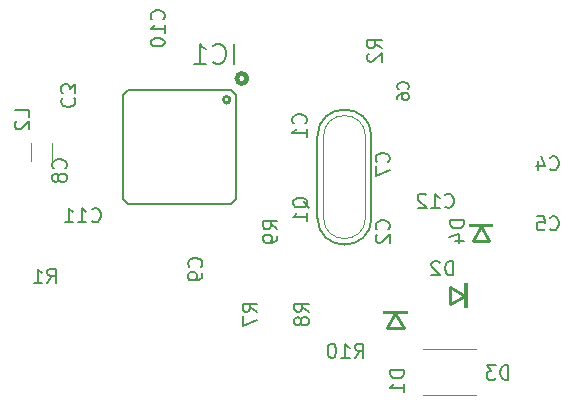
<source format=gbr>
G04 #@! TF.GenerationSoftware,KiCad,Pcbnew,(5.0.2)-1*
G04 #@! TF.CreationDate,2019-04-02T23:20:26+04:00*
G04 #@! TF.ProjectId,M644_breakout_v1.2d,4d363434-5f62-4726-9561-6b6f75745f76,v1.2d*
G04 #@! TF.SameCoordinates,Original*
G04 #@! TF.FileFunction,Legend,Bot*
G04 #@! TF.FilePolarity,Positive*
%FSLAX46Y46*%
G04 Gerber Fmt 4.6, Leading zero omitted, Abs format (unit mm)*
G04 Created by KiCad (PCBNEW (5.0.2)-1) date 02/04/2019 23:20:26*
%MOMM*%
%LPD*%
G01*
G04 APERTURE LIST*
%ADD10C,0.406400*%
%ADD11C,0.101600*%
%ADD12C,0.100000*%
%ADD13C,0.254000*%
%ADD14C,0.203200*%
%ADD15C,0.050800*%
%ADD16C,0.152400*%
%ADD17C,0.200000*%
G04 APERTURE END LIST*
D10*
X148495200Y-100109700D02*
G75*
G03X148495200Y-100109700I-425900J0D01*
G01*
D11*
G04 #@! TO.C,D3*
X163406100Y-126883600D02*
X167886100Y-126883600D01*
X167886100Y-123043600D02*
X163406100Y-123043600D01*
D12*
G04 #@! TO.C,D1*
G36*
X162124100Y-119753600D02*
X162124100Y-120053600D01*
X160024100Y-120053600D01*
X160024100Y-119753600D01*
X162124100Y-119753600D01*
G37*
D13*
X161774100Y-121203600D02*
X161074100Y-119953600D01*
X160374100Y-121203600D02*
X161774100Y-121203600D01*
X161074100Y-119953600D02*
X160374100Y-121203600D01*
D12*
G04 #@! TO.C,D2*
G36*
X167173100Y-119536600D02*
X166873100Y-119536600D01*
X166873100Y-117436600D01*
X167173100Y-117436600D01*
X167173100Y-119536600D01*
G37*
D13*
X165723100Y-119186600D02*
X166973100Y-118486600D01*
X165723100Y-117786600D02*
X165723100Y-119186600D01*
X166973100Y-118486600D02*
X165723100Y-117786600D01*
D12*
G04 #@! TO.C,D4*
G36*
X169363100Y-112387600D02*
X169363100Y-112687600D01*
X167263100Y-112687600D01*
X167263100Y-112387600D01*
X169363100Y-112387600D01*
G37*
D13*
X169013100Y-113837600D02*
X168313100Y-112587600D01*
X167613100Y-113837600D02*
X169013100Y-113837600D01*
X168313100Y-112587600D02*
X167613100Y-113837600D01*
D11*
G04 #@! TO.C,L2*
X131985100Y-105532600D02*
X131985100Y-107056600D01*
X130206100Y-105532600D02*
X130206100Y-107056600D01*
D13*
G04 #@! TO.C,IC1*
X147068800Y-101913600D02*
G75*
G03X147068800Y-101913600I-282700J0D01*
G01*
D14*
X147586100Y-110313600D02*
X147586100Y-101513600D01*
X147186100Y-110713600D02*
X147586100Y-110313600D01*
X138386100Y-110713600D02*
X147186100Y-110713600D01*
X137986100Y-110313600D02*
X138386100Y-110713600D01*
X137986100Y-101513600D02*
X137986100Y-110313600D01*
X138386100Y-101113600D02*
X137986100Y-101513600D01*
X147186100Y-101113600D02*
X138386100Y-101113600D01*
X147586100Y-101513600D02*
X147186100Y-101113600D01*
D15*
G04 #@! TO.C,Q1*
X154978100Y-111882600D02*
G75*
G03X158534100Y-111882600I1778000J0D01*
G01*
D16*
X154470100Y-111882600D02*
G75*
G03X159042100Y-111882600I2286000J0D01*
G01*
X154470100Y-105024600D02*
G75*
G02X159042100Y-105024600I2286000J0D01*
G01*
D15*
X154978100Y-105024600D02*
G75*
G02X158534100Y-105024600I1778000J0D01*
G01*
X158534100Y-105024600D02*
X158534100Y-111882600D01*
X154978100Y-111882600D02*
X154978100Y-105024600D01*
D16*
X159042100Y-105024600D02*
X159042100Y-111882600D01*
X154470100Y-111882600D02*
X154470100Y-105024600D01*
G04 #@! TD*
G04 #@! TO.C,D3*
D17*
X170638385Y-125609047D02*
X170638385Y-124402547D01*
X170351123Y-124402547D01*
X170178766Y-124460000D01*
X170063861Y-124574904D01*
X170006409Y-124689809D01*
X169948957Y-124919619D01*
X169948957Y-125091976D01*
X170006409Y-125321785D01*
X170063861Y-125436690D01*
X170178766Y-125551595D01*
X170351123Y-125609047D01*
X170638385Y-125609047D01*
X169546790Y-124402547D02*
X168799909Y-124402547D01*
X169202076Y-124862166D01*
X169029719Y-124862166D01*
X168914814Y-124919619D01*
X168857361Y-124977071D01*
X168799909Y-125091976D01*
X168799909Y-125379238D01*
X168857361Y-125494142D01*
X168914814Y-125551595D01*
X169029719Y-125609047D01*
X169374433Y-125609047D01*
X169489338Y-125551595D01*
X169546790Y-125494142D01*
G04 #@! TO.C,D1*
X161804047Y-124801714D02*
X160597547Y-124801714D01*
X160597547Y-125088976D01*
X160655000Y-125261333D01*
X160769904Y-125376238D01*
X160884809Y-125433690D01*
X161114619Y-125491142D01*
X161286976Y-125491142D01*
X161516785Y-125433690D01*
X161631690Y-125376238D01*
X161746595Y-125261333D01*
X161804047Y-125088976D01*
X161804047Y-124801714D01*
X161804047Y-126640190D02*
X161804047Y-125950761D01*
X161804047Y-126295476D02*
X160597547Y-126295476D01*
X160769904Y-126180571D01*
X160884809Y-126065666D01*
X160942261Y-125950761D01*
G04 #@! TO.C,D2*
X165952738Y-116782547D02*
X165952738Y-115576047D01*
X165665476Y-115576047D01*
X165493119Y-115633500D01*
X165378214Y-115748404D01*
X165320761Y-115863309D01*
X165263309Y-116093119D01*
X165263309Y-116265476D01*
X165320761Y-116495285D01*
X165378214Y-116610190D01*
X165493119Y-116725095D01*
X165665476Y-116782547D01*
X165952738Y-116782547D01*
X164803690Y-115690952D02*
X164746238Y-115633500D01*
X164631333Y-115576047D01*
X164344071Y-115576047D01*
X164229166Y-115633500D01*
X164171714Y-115690952D01*
X164114261Y-115805857D01*
X164114261Y-115920761D01*
X164171714Y-116093119D01*
X164861142Y-116782547D01*
X164114261Y-116782547D01*
G04 #@! TO.C,D4*
X166884047Y-112101714D02*
X165677547Y-112101714D01*
X165677547Y-112388976D01*
X165735000Y-112561333D01*
X165849904Y-112676238D01*
X165964809Y-112733690D01*
X166194619Y-112791142D01*
X166366976Y-112791142D01*
X166596785Y-112733690D01*
X166711690Y-112676238D01*
X166826595Y-112561333D01*
X166884047Y-112388976D01*
X166884047Y-112101714D01*
X166079714Y-113825285D02*
X166884047Y-113825285D01*
X165620095Y-113538023D02*
X166481880Y-113250761D01*
X166481880Y-113997642D01*
G04 #@! TO.C,C12*
X165263309Y-110952642D02*
X165320761Y-111010095D01*
X165493119Y-111067547D01*
X165608023Y-111067547D01*
X165780380Y-111010095D01*
X165895285Y-110895190D01*
X165952738Y-110780285D01*
X166010190Y-110550476D01*
X166010190Y-110378119D01*
X165952738Y-110148309D01*
X165895285Y-110033404D01*
X165780380Y-109918500D01*
X165608023Y-109861047D01*
X165493119Y-109861047D01*
X165320761Y-109918500D01*
X165263309Y-109975952D01*
X164114261Y-111067547D02*
X164803690Y-111067547D01*
X164458976Y-111067547D02*
X164458976Y-109861047D01*
X164573880Y-110033404D01*
X164688785Y-110148309D01*
X164803690Y-110205761D01*
X163654642Y-109975952D02*
X163597190Y-109918500D01*
X163482285Y-109861047D01*
X163195023Y-109861047D01*
X163080119Y-109918500D01*
X163022666Y-109975952D01*
X162965214Y-110090857D01*
X162965214Y-110205761D01*
X163022666Y-110378119D01*
X163712095Y-111067547D01*
X162965214Y-111067547D01*
G04 #@! TO.C,L2*
X130054047Y-103381047D02*
X130054047Y-102806523D01*
X128847547Y-102806523D01*
X128962452Y-103725761D02*
X128905000Y-103783214D01*
X128847547Y-103898119D01*
X128847547Y-104185380D01*
X128905000Y-104300285D01*
X128962452Y-104357738D01*
X129077357Y-104415190D01*
X129192261Y-104415190D01*
X129364619Y-104357738D01*
X130054047Y-103668309D01*
X130054047Y-104415190D01*
G04 #@! TO.C,IC1*
X147422833Y-98848166D02*
X147422833Y-97159066D01*
X145653300Y-98687300D02*
X145733733Y-98767733D01*
X145975033Y-98848166D01*
X146135900Y-98848166D01*
X146377200Y-98767733D01*
X146538066Y-98606866D01*
X146618500Y-98446000D01*
X146698933Y-98124266D01*
X146698933Y-97882966D01*
X146618500Y-97561233D01*
X146538066Y-97400366D01*
X146377200Y-97239500D01*
X146135900Y-97159066D01*
X145975033Y-97159066D01*
X145733733Y-97239500D01*
X145653300Y-97319933D01*
X144044633Y-98848166D02*
X145009833Y-98848166D01*
X144527233Y-98848166D02*
X144527233Y-97159066D01*
X144688100Y-97400366D01*
X144848966Y-97561233D01*
X145009833Y-97641666D01*
G04 #@! TO.C,R2*
X159899047Y-97551142D02*
X159324523Y-97148976D01*
X159899047Y-96861714D02*
X158692547Y-96861714D01*
X158692547Y-97321333D01*
X158750000Y-97436238D01*
X158807452Y-97493690D01*
X158922357Y-97551142D01*
X159094714Y-97551142D01*
X159209619Y-97493690D01*
X159267071Y-97436238D01*
X159324523Y-97321333D01*
X159324523Y-96861714D01*
X158807452Y-98010761D02*
X158750000Y-98068214D01*
X158692547Y-98183119D01*
X158692547Y-98470380D01*
X158750000Y-98585285D01*
X158807452Y-98642738D01*
X158922357Y-98700190D01*
X159037261Y-98700190D01*
X159209619Y-98642738D01*
X159899047Y-97953309D01*
X159899047Y-98700190D01*
G04 #@! TO.C,R1*
X131608309Y-117417547D02*
X132010476Y-116843023D01*
X132297738Y-117417547D02*
X132297738Y-116211047D01*
X131838119Y-116211047D01*
X131723214Y-116268500D01*
X131665761Y-116325952D01*
X131608309Y-116440857D01*
X131608309Y-116613214D01*
X131665761Y-116728119D01*
X131723214Y-116785571D01*
X131838119Y-116843023D01*
X132297738Y-116843023D01*
X130459261Y-117417547D02*
X131148690Y-117417547D01*
X130803976Y-117417547D02*
X130803976Y-116211047D01*
X130918880Y-116383404D01*
X131033785Y-116498309D01*
X131148690Y-116555761D01*
G04 #@! TO.C,R9*
X151072547Y-112866690D02*
X150498023Y-112464523D01*
X151072547Y-112177261D02*
X149866047Y-112177261D01*
X149866047Y-112636880D01*
X149923500Y-112751785D01*
X149980952Y-112809238D01*
X150095857Y-112866690D01*
X150268214Y-112866690D01*
X150383119Y-112809238D01*
X150440571Y-112751785D01*
X150498023Y-112636880D01*
X150498023Y-112177261D01*
X151072547Y-113441214D02*
X151072547Y-113671023D01*
X151015095Y-113785928D01*
X150957642Y-113843380D01*
X150785285Y-113958285D01*
X150555476Y-114015738D01*
X150095857Y-114015738D01*
X149980952Y-113958285D01*
X149923500Y-113900833D01*
X149866047Y-113785928D01*
X149866047Y-113556119D01*
X149923500Y-113441214D01*
X149980952Y-113383761D01*
X150095857Y-113326309D01*
X150383119Y-113326309D01*
X150498023Y-113383761D01*
X150555476Y-113441214D01*
X150612928Y-113556119D01*
X150612928Y-113785928D01*
X150555476Y-113900833D01*
X150498023Y-113958285D01*
X150383119Y-114015738D01*
G04 #@! TO.C,R10*
X157643309Y-123767547D02*
X158045476Y-123193023D01*
X158332738Y-123767547D02*
X158332738Y-122561047D01*
X157873119Y-122561047D01*
X157758214Y-122618500D01*
X157700761Y-122675952D01*
X157643309Y-122790857D01*
X157643309Y-122963214D01*
X157700761Y-123078119D01*
X157758214Y-123135571D01*
X157873119Y-123193023D01*
X158332738Y-123193023D01*
X156494261Y-123767547D02*
X157183690Y-123767547D01*
X156838976Y-123767547D02*
X156838976Y-122561047D01*
X156953880Y-122733404D01*
X157068785Y-122848309D01*
X157183690Y-122905761D01*
X155747380Y-122561047D02*
X155632476Y-122561047D01*
X155517571Y-122618500D01*
X155460119Y-122675952D01*
X155402666Y-122790857D01*
X155345214Y-123020666D01*
X155345214Y-123307928D01*
X155402666Y-123537738D01*
X155460119Y-123652642D01*
X155517571Y-123710095D01*
X155632476Y-123767547D01*
X155747380Y-123767547D01*
X155862285Y-123710095D01*
X155919738Y-123652642D01*
X155977190Y-123537738D01*
X156034642Y-123307928D01*
X156034642Y-123020666D01*
X155977190Y-122790857D01*
X155919738Y-122675952D01*
X155862285Y-122618500D01*
X155747380Y-122561047D01*
G04 #@! TO.C,Q1*
X153727452Y-111076595D02*
X153670000Y-110961690D01*
X153555095Y-110846785D01*
X153382738Y-110674428D01*
X153325285Y-110559523D01*
X153325285Y-110444619D01*
X153612547Y-110502071D02*
X153555095Y-110387166D01*
X153440190Y-110272261D01*
X153210380Y-110214809D01*
X152808214Y-110214809D01*
X152578404Y-110272261D01*
X152463500Y-110387166D01*
X152406047Y-110502071D01*
X152406047Y-110731880D01*
X152463500Y-110846785D01*
X152578404Y-110961690D01*
X152808214Y-111019142D01*
X153210380Y-111019142D01*
X153440190Y-110961690D01*
X153555095Y-110846785D01*
X153612547Y-110731880D01*
X153612547Y-110502071D01*
X153612547Y-112168190D02*
X153612547Y-111478761D01*
X153612547Y-111823476D02*
X152406047Y-111823476D01*
X152578404Y-111708571D01*
X152693309Y-111593666D01*
X152750761Y-111478761D01*
G04 #@! TO.C,C2*
X160482642Y-112866690D02*
X160540095Y-112809238D01*
X160597547Y-112636880D01*
X160597547Y-112521976D01*
X160540095Y-112349619D01*
X160425190Y-112234714D01*
X160310285Y-112177261D01*
X160080476Y-112119809D01*
X159908119Y-112119809D01*
X159678309Y-112177261D01*
X159563404Y-112234714D01*
X159448500Y-112349619D01*
X159391047Y-112521976D01*
X159391047Y-112636880D01*
X159448500Y-112809238D01*
X159505952Y-112866690D01*
X159505952Y-113326309D02*
X159448500Y-113383761D01*
X159391047Y-113498666D01*
X159391047Y-113785928D01*
X159448500Y-113900833D01*
X159505952Y-113958285D01*
X159620857Y-114015738D01*
X159735761Y-114015738D01*
X159908119Y-113958285D01*
X160597547Y-113268857D01*
X160597547Y-114015738D01*
G04 #@! TO.C,C1*
X153434142Y-103901142D02*
X153491595Y-103843690D01*
X153549047Y-103671333D01*
X153549047Y-103556428D01*
X153491595Y-103384071D01*
X153376690Y-103269166D01*
X153261785Y-103211714D01*
X153031976Y-103154261D01*
X152859619Y-103154261D01*
X152629809Y-103211714D01*
X152514904Y-103269166D01*
X152400000Y-103384071D01*
X152342547Y-103556428D01*
X152342547Y-103671333D01*
X152400000Y-103843690D01*
X152457452Y-103901142D01*
X153549047Y-105050190D02*
X153549047Y-104360761D01*
X153549047Y-104705476D02*
X152342547Y-104705476D01*
X152514904Y-104590571D01*
X152629809Y-104475666D01*
X152687261Y-104360761D01*
G04 #@! TO.C,C7*
X160482642Y-107151690D02*
X160540095Y-107094238D01*
X160597547Y-106921880D01*
X160597547Y-106806976D01*
X160540095Y-106634619D01*
X160425190Y-106519714D01*
X160310285Y-106462261D01*
X160080476Y-106404809D01*
X159908119Y-106404809D01*
X159678309Y-106462261D01*
X159563404Y-106519714D01*
X159448500Y-106634619D01*
X159391047Y-106806976D01*
X159391047Y-106921880D01*
X159448500Y-107094238D01*
X159505952Y-107151690D01*
X159391047Y-107553857D02*
X159391047Y-108358190D01*
X160597547Y-107841119D01*
G04 #@! TO.C,C3*
X132887357Y-101763309D02*
X132829904Y-101820761D01*
X132772452Y-101993119D01*
X132772452Y-102108023D01*
X132829904Y-102280380D01*
X132944809Y-102395285D01*
X133059714Y-102452738D01*
X133289523Y-102510190D01*
X133461880Y-102510190D01*
X133691690Y-102452738D01*
X133806595Y-102395285D01*
X133921500Y-102280380D01*
X133978952Y-102108023D01*
X133978952Y-101993119D01*
X133921500Y-101820761D01*
X133864047Y-101763309D01*
X133978952Y-101361142D02*
X133978952Y-100614261D01*
X133519333Y-101016428D01*
X133519333Y-100844071D01*
X133461880Y-100729166D01*
X133404428Y-100671714D01*
X133289523Y-100614261D01*
X133002261Y-100614261D01*
X132887357Y-100671714D01*
X132829904Y-100729166D01*
X132772452Y-100844071D01*
X132772452Y-101188785D01*
X132829904Y-101303690D01*
X132887357Y-101361142D01*
G04 #@! TO.C,C5*
X174158571Y-112858571D02*
X174215714Y-112915714D01*
X174387142Y-112972857D01*
X174501428Y-112972857D01*
X174672857Y-112915714D01*
X174787142Y-112801428D01*
X174844285Y-112687142D01*
X174901428Y-112458571D01*
X174901428Y-112287142D01*
X174844285Y-112058571D01*
X174787142Y-111944285D01*
X174672857Y-111830000D01*
X174501428Y-111772857D01*
X174387142Y-111772857D01*
X174215714Y-111830000D01*
X174158571Y-111887142D01*
X173072857Y-111772857D02*
X173644285Y-111772857D01*
X173701428Y-112344285D01*
X173644285Y-112287142D01*
X173530000Y-112230000D01*
X173244285Y-112230000D01*
X173130000Y-112287142D01*
X173072857Y-112344285D01*
X173015714Y-112458571D01*
X173015714Y-112744285D01*
X173072857Y-112858571D01*
X173130000Y-112915714D01*
X173244285Y-112972857D01*
X173530000Y-112972857D01*
X173644285Y-112915714D01*
X173701428Y-112858571D01*
G04 #@! TO.C,C8*
X133114142Y-107711142D02*
X133171595Y-107653690D01*
X133229047Y-107481333D01*
X133229047Y-107366428D01*
X133171595Y-107194071D01*
X133056690Y-107079166D01*
X132941785Y-107021714D01*
X132711976Y-106964261D01*
X132539619Y-106964261D01*
X132309809Y-107021714D01*
X132194904Y-107079166D01*
X132080000Y-107194071D01*
X132022547Y-107366428D01*
X132022547Y-107481333D01*
X132080000Y-107653690D01*
X132137452Y-107711142D01*
X132539619Y-108400571D02*
X132482166Y-108285666D01*
X132424714Y-108228214D01*
X132309809Y-108170761D01*
X132252357Y-108170761D01*
X132137452Y-108228214D01*
X132080000Y-108285666D01*
X132022547Y-108400571D01*
X132022547Y-108630380D01*
X132080000Y-108745285D01*
X132137452Y-108802738D01*
X132252357Y-108860190D01*
X132309809Y-108860190D01*
X132424714Y-108802738D01*
X132482166Y-108745285D01*
X132539619Y-108630380D01*
X132539619Y-108400571D01*
X132597071Y-108285666D01*
X132654523Y-108228214D01*
X132769428Y-108170761D01*
X132999238Y-108170761D01*
X133114142Y-108228214D01*
X133171595Y-108285666D01*
X133229047Y-108400571D01*
X133229047Y-108630380D01*
X133171595Y-108745285D01*
X133114142Y-108802738D01*
X132999238Y-108860190D01*
X132769428Y-108860190D01*
X132654523Y-108802738D01*
X132597071Y-108745285D01*
X132539619Y-108630380D01*
G04 #@! TO.C,C9*
X144607642Y-116041690D02*
X144665095Y-115984238D01*
X144722547Y-115811880D01*
X144722547Y-115696976D01*
X144665095Y-115524619D01*
X144550190Y-115409714D01*
X144435285Y-115352261D01*
X144205476Y-115294809D01*
X144033119Y-115294809D01*
X143803309Y-115352261D01*
X143688404Y-115409714D01*
X143573500Y-115524619D01*
X143516047Y-115696976D01*
X143516047Y-115811880D01*
X143573500Y-115984238D01*
X143630952Y-116041690D01*
X144722547Y-116616214D02*
X144722547Y-116846023D01*
X144665095Y-116960928D01*
X144607642Y-117018380D01*
X144435285Y-117133285D01*
X144205476Y-117190738D01*
X143745857Y-117190738D01*
X143630952Y-117133285D01*
X143573500Y-117075833D01*
X143516047Y-116960928D01*
X143516047Y-116731119D01*
X143573500Y-116616214D01*
X143630952Y-116558761D01*
X143745857Y-116501309D01*
X144033119Y-116501309D01*
X144148023Y-116558761D01*
X144205476Y-116616214D01*
X144262928Y-116731119D01*
X144262928Y-116960928D01*
X144205476Y-117075833D01*
X144148023Y-117133285D01*
X144033119Y-117190738D01*
G04 #@! TO.C,C10*
X141432642Y-95086690D02*
X141490095Y-95029238D01*
X141547547Y-94856880D01*
X141547547Y-94741976D01*
X141490095Y-94569619D01*
X141375190Y-94454714D01*
X141260285Y-94397261D01*
X141030476Y-94339809D01*
X140858119Y-94339809D01*
X140628309Y-94397261D01*
X140513404Y-94454714D01*
X140398500Y-94569619D01*
X140341047Y-94741976D01*
X140341047Y-94856880D01*
X140398500Y-95029238D01*
X140455952Y-95086690D01*
X141547547Y-96235738D02*
X141547547Y-95546309D01*
X141547547Y-95891023D02*
X140341047Y-95891023D01*
X140513404Y-95776119D01*
X140628309Y-95661214D01*
X140685761Y-95546309D01*
X140341047Y-96982619D02*
X140341047Y-97097523D01*
X140398500Y-97212428D01*
X140455952Y-97269880D01*
X140570857Y-97327333D01*
X140800666Y-97384785D01*
X141087928Y-97384785D01*
X141317738Y-97327333D01*
X141432642Y-97269880D01*
X141490095Y-97212428D01*
X141547547Y-97097523D01*
X141547547Y-96982619D01*
X141490095Y-96867714D01*
X141432642Y-96810261D01*
X141317738Y-96752809D01*
X141087928Y-96695357D01*
X140800666Y-96695357D01*
X140570857Y-96752809D01*
X140455952Y-96810261D01*
X140398500Y-96867714D01*
X140341047Y-96982619D01*
G04 #@! TO.C,C11*
X135372904Y-112159142D02*
X135430357Y-112216595D01*
X135602714Y-112274047D01*
X135717619Y-112274047D01*
X135889976Y-112216595D01*
X136004880Y-112101690D01*
X136062333Y-111986785D01*
X136119785Y-111756976D01*
X136119785Y-111584619D01*
X136062333Y-111354809D01*
X136004880Y-111239904D01*
X135889976Y-111125000D01*
X135717619Y-111067547D01*
X135602714Y-111067547D01*
X135430357Y-111125000D01*
X135372904Y-111182452D01*
X134223857Y-112274047D02*
X134913285Y-112274047D01*
X134568571Y-112274047D02*
X134568571Y-111067547D01*
X134683476Y-111239904D01*
X134798380Y-111354809D01*
X134913285Y-111412261D01*
X133074809Y-112274047D02*
X133764238Y-112274047D01*
X133419523Y-112274047D02*
X133419523Y-111067547D01*
X133534428Y-111239904D01*
X133649333Y-111354809D01*
X133764238Y-111412261D01*
G04 #@! TO.C,C4*
X174153309Y-107777642D02*
X174210761Y-107835095D01*
X174383119Y-107892547D01*
X174498023Y-107892547D01*
X174670380Y-107835095D01*
X174785285Y-107720190D01*
X174842738Y-107605285D01*
X174900190Y-107375476D01*
X174900190Y-107203119D01*
X174842738Y-106973309D01*
X174785285Y-106858404D01*
X174670380Y-106743500D01*
X174498023Y-106686047D01*
X174383119Y-106686047D01*
X174210761Y-106743500D01*
X174153309Y-106800952D01*
X173119166Y-107088214D02*
X173119166Y-107892547D01*
X173406428Y-106628595D02*
X173693690Y-107490380D01*
X172946809Y-107490380D01*
G04 #@! TO.C,C6*
X162117314Y-101001914D02*
X162163276Y-100955952D01*
X162209238Y-100818066D01*
X162209238Y-100726142D01*
X162163276Y-100588257D01*
X162071352Y-100496333D01*
X161979428Y-100450371D01*
X161795580Y-100404409D01*
X161657695Y-100404409D01*
X161473847Y-100450371D01*
X161381923Y-100496333D01*
X161290000Y-100588257D01*
X161244038Y-100726142D01*
X161244038Y-100818066D01*
X161290000Y-100955952D01*
X161335961Y-101001914D01*
X161244038Y-101829228D02*
X161244038Y-101645380D01*
X161290000Y-101553457D01*
X161335961Y-101507495D01*
X161473847Y-101415571D01*
X161657695Y-101369609D01*
X162025390Y-101369609D01*
X162117314Y-101415571D01*
X162163276Y-101461533D01*
X162209238Y-101553457D01*
X162209238Y-101737304D01*
X162163276Y-101829228D01*
X162117314Y-101875190D01*
X162025390Y-101921152D01*
X161795580Y-101921152D01*
X161703657Y-101875190D01*
X161657695Y-101829228D01*
X161611733Y-101737304D01*
X161611733Y-101553457D01*
X161657695Y-101461533D01*
X161703657Y-101415571D01*
X161795580Y-101369609D01*
G04 #@! TO.C,R7*
X149332647Y-119851690D02*
X148758123Y-119449523D01*
X149332647Y-119162261D02*
X148126147Y-119162261D01*
X148126147Y-119621880D01*
X148183600Y-119736785D01*
X148241052Y-119794238D01*
X148355957Y-119851690D01*
X148528314Y-119851690D01*
X148643219Y-119794238D01*
X148700671Y-119736785D01*
X148758123Y-119621880D01*
X148758123Y-119162261D01*
X148126147Y-120253857D02*
X148126147Y-121058190D01*
X149332647Y-120541119D01*
G04 #@! TO.C,R8*
X153726847Y-119851690D02*
X153152323Y-119449523D01*
X153726847Y-119162261D02*
X152520347Y-119162261D01*
X152520347Y-119621880D01*
X152577800Y-119736785D01*
X152635252Y-119794238D01*
X152750157Y-119851690D01*
X152922514Y-119851690D01*
X153037419Y-119794238D01*
X153094871Y-119736785D01*
X153152323Y-119621880D01*
X153152323Y-119162261D01*
X153037419Y-120541119D02*
X152979966Y-120426214D01*
X152922514Y-120368761D01*
X152807609Y-120311309D01*
X152750157Y-120311309D01*
X152635252Y-120368761D01*
X152577800Y-120426214D01*
X152520347Y-120541119D01*
X152520347Y-120770928D01*
X152577800Y-120885833D01*
X152635252Y-120943285D01*
X152750157Y-121000738D01*
X152807609Y-121000738D01*
X152922514Y-120943285D01*
X152979966Y-120885833D01*
X153037419Y-120770928D01*
X153037419Y-120541119D01*
X153094871Y-120426214D01*
X153152323Y-120368761D01*
X153267228Y-120311309D01*
X153497038Y-120311309D01*
X153611942Y-120368761D01*
X153669395Y-120426214D01*
X153726847Y-120541119D01*
X153726847Y-120770928D01*
X153669395Y-120885833D01*
X153611942Y-120943285D01*
X153497038Y-121000738D01*
X153267228Y-121000738D01*
X153152323Y-120943285D01*
X153094871Y-120885833D01*
X153037419Y-120770928D01*
G04 #@! TD*
M02*

</source>
